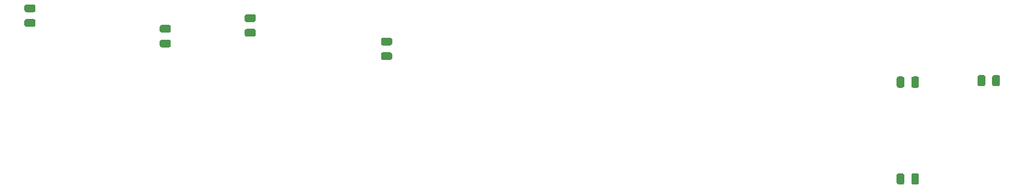
<source format=gbr>
%TF.GenerationSoftware,KiCad,Pcbnew,(5.1.7)-1*%
%TF.CreationDate,2020-11-02T22:58:22+00:00*%
%TF.ProjectId,STFM-TF536-Relocator+ROM-MkII,5354464d-2d54-4463-9533-362d52656c6f,rev?*%
%TF.SameCoordinates,Original*%
%TF.FileFunction,Paste,Bot*%
%TF.FilePolarity,Positive*%
%FSLAX46Y46*%
G04 Gerber Fmt 4.6, Leading zero omitted, Abs format (unit mm)*
G04 Created by KiCad (PCBNEW (5.1.7)-1) date 2020-11-02 22:58:22*
%MOMM*%
%LPD*%
G01*
G04 APERTURE LIST*
G04 APERTURE END LIST*
%TO.C,C9*%
G36*
G01*
X69438500Y-74554500D02*
X70388500Y-74554500D01*
G75*
G02*
X70638500Y-74804500I0J-250000D01*
G01*
X70638500Y-75304500D01*
G75*
G02*
X70388500Y-75554500I-250000J0D01*
G01*
X69438500Y-75554500D01*
G75*
G02*
X69188500Y-75304500I0J250000D01*
G01*
X69188500Y-74804500D01*
G75*
G02*
X69438500Y-74554500I250000J0D01*
G01*
G37*
G36*
G01*
X69438500Y-72654500D02*
X70388500Y-72654500D01*
G75*
G02*
X70638500Y-72904500I0J-250000D01*
G01*
X70638500Y-73404500D01*
G75*
G02*
X70388500Y-73654500I-250000J0D01*
G01*
X69438500Y-73654500D01*
G75*
G02*
X69188500Y-73404500I0J250000D01*
G01*
X69188500Y-72904500D01*
G75*
G02*
X69438500Y-72654500I250000J0D01*
G01*
G37*
%TD*%
%TO.C,C7*%
G36*
G01*
X88041500Y-76702500D02*
X87091500Y-76702500D01*
G75*
G02*
X86841500Y-76452500I0J250000D01*
G01*
X86841500Y-75952500D01*
G75*
G02*
X87091500Y-75702500I250000J0D01*
G01*
X88041500Y-75702500D01*
G75*
G02*
X88291500Y-75952500I0J-250000D01*
G01*
X88291500Y-76452500D01*
G75*
G02*
X88041500Y-76702500I-250000J0D01*
G01*
G37*
G36*
G01*
X88041500Y-78602500D02*
X87091500Y-78602500D01*
G75*
G02*
X86841500Y-78352500I0J250000D01*
G01*
X86841500Y-77852500D01*
G75*
G02*
X87091500Y-77602500I250000J0D01*
G01*
X88041500Y-77602500D01*
G75*
G02*
X88291500Y-77852500I0J-250000D01*
G01*
X88291500Y-78352500D01*
G75*
G02*
X88041500Y-78602500I-250000J0D01*
G01*
G37*
%TD*%
%TO.C,C5*%
G36*
G01*
X165994000Y-81755000D02*
X165994000Y-80805000D01*
G75*
G02*
X166244000Y-80555000I250000J0D01*
G01*
X166744000Y-80555000D01*
G75*
G02*
X166994000Y-80805000I0J-250000D01*
G01*
X166994000Y-81755000D01*
G75*
G02*
X166744000Y-82005000I-250000J0D01*
G01*
X166244000Y-82005000D01*
G75*
G02*
X165994000Y-81755000I0J250000D01*
G01*
G37*
G36*
G01*
X164094000Y-81755000D02*
X164094000Y-80805000D01*
G75*
G02*
X164344000Y-80555000I250000J0D01*
G01*
X164844000Y-80555000D01*
G75*
G02*
X165094000Y-80805000I0J-250000D01*
G01*
X165094000Y-81755000D01*
G75*
G02*
X164844000Y-82005000I-250000J0D01*
G01*
X164344000Y-82005000D01*
G75*
G02*
X164094000Y-81755000I0J250000D01*
G01*
G37*
%TD*%
%TO.C,C4*%
G36*
G01*
X40927000Y-73284500D02*
X41877000Y-73284500D01*
G75*
G02*
X42127000Y-73534500I0J-250000D01*
G01*
X42127000Y-74034500D01*
G75*
G02*
X41877000Y-74284500I-250000J0D01*
G01*
X40927000Y-74284500D01*
G75*
G02*
X40677000Y-74034500I0J250000D01*
G01*
X40677000Y-73534500D01*
G75*
G02*
X40927000Y-73284500I250000J0D01*
G01*
G37*
G36*
G01*
X40927000Y-71384500D02*
X41877000Y-71384500D01*
G75*
G02*
X42127000Y-71634500I0J-250000D01*
G01*
X42127000Y-72134500D01*
G75*
G02*
X41877000Y-72384500I-250000J0D01*
G01*
X40927000Y-72384500D01*
G75*
G02*
X40677000Y-72134500I0J250000D01*
G01*
X40677000Y-71634500D01*
G75*
G02*
X40927000Y-71384500I250000J0D01*
G01*
G37*
%TD*%
%TO.C,C3*%
G36*
G01*
X155517000Y-81945500D02*
X155517000Y-80995500D01*
G75*
G02*
X155767000Y-80745500I250000J0D01*
G01*
X156267000Y-80745500D01*
G75*
G02*
X156517000Y-80995500I0J-250000D01*
G01*
X156517000Y-81945500D01*
G75*
G02*
X156267000Y-82195500I-250000J0D01*
G01*
X155767000Y-82195500D01*
G75*
G02*
X155517000Y-81945500I0J250000D01*
G01*
G37*
G36*
G01*
X153617000Y-81945500D02*
X153617000Y-80995500D01*
G75*
G02*
X153867000Y-80745500I250000J0D01*
G01*
X154367000Y-80745500D01*
G75*
G02*
X154617000Y-80995500I0J-250000D01*
G01*
X154617000Y-81945500D01*
G75*
G02*
X154367000Y-82195500I-250000J0D01*
G01*
X153867000Y-82195500D01*
G75*
G02*
X153617000Y-81945500I0J250000D01*
G01*
G37*
%TD*%
%TO.C,C2*%
G36*
G01*
X155517000Y-94518500D02*
X155517000Y-93568500D01*
G75*
G02*
X155767000Y-93318500I250000J0D01*
G01*
X156267000Y-93318500D01*
G75*
G02*
X156517000Y-93568500I0J-250000D01*
G01*
X156517000Y-94518500D01*
G75*
G02*
X156267000Y-94768500I-250000J0D01*
G01*
X155767000Y-94768500D01*
G75*
G02*
X155517000Y-94518500I0J250000D01*
G01*
G37*
G36*
G01*
X153617000Y-94518500D02*
X153617000Y-93568500D01*
G75*
G02*
X153867000Y-93318500I250000J0D01*
G01*
X154367000Y-93318500D01*
G75*
G02*
X154617000Y-93568500I0J-250000D01*
G01*
X154617000Y-94518500D01*
G75*
G02*
X154367000Y-94768500I-250000J0D01*
G01*
X153867000Y-94768500D01*
G75*
G02*
X153617000Y-94518500I0J250000D01*
G01*
G37*
%TD*%
%TO.C,C1*%
G36*
G01*
X59403000Y-75051500D02*
X58453000Y-75051500D01*
G75*
G02*
X58203000Y-74801500I0J250000D01*
G01*
X58203000Y-74301500D01*
G75*
G02*
X58453000Y-74051500I250000J0D01*
G01*
X59403000Y-74051500D01*
G75*
G02*
X59653000Y-74301500I0J-250000D01*
G01*
X59653000Y-74801500D01*
G75*
G02*
X59403000Y-75051500I-250000J0D01*
G01*
G37*
G36*
G01*
X59403000Y-76951500D02*
X58453000Y-76951500D01*
G75*
G02*
X58203000Y-76701500I0J250000D01*
G01*
X58203000Y-76201500D01*
G75*
G02*
X58453000Y-75951500I250000J0D01*
G01*
X59403000Y-75951500D01*
G75*
G02*
X59653000Y-76201500I0J-250000D01*
G01*
X59653000Y-76701500D01*
G75*
G02*
X59403000Y-76951500I-250000J0D01*
G01*
G37*
%TD*%
M02*

</source>
